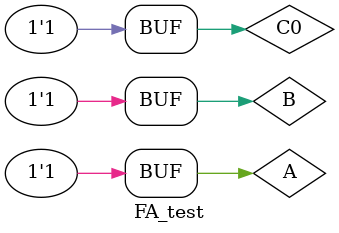
<source format=v>
`timescale 1ns / 1ps


module FA_test;

	// Inputs
	reg A;
	reg B;
	reg C0;

	// Outputs
	wire S;
	wire C1;

	// Instantiate the Unit Under Test (UUT)
	FA uut (
		.A(A), 
		.B(B), 
		.C0(C0), 
		.S(S), 
		.C1(C1)
	);

	initial begin
		// Initialize Inputs
		A = 0;
		B = 0;
		C0 = 0;

		// Wait 100 ns for global reset to finish
		#20;
      C0 = 1;
 		#20;
      B = 1;
		C0 = 0;
		#20;
      C0 = 1;
		#20;
      A = 1;
		B = 0;
		C0 = 0;
		#20;
      C0 = 1;
		#20;
		B = 1;
      C0 = 0;
		#20;
      C0 = 1;
		// Add stimulus here

	end
      
endmodule


</source>
